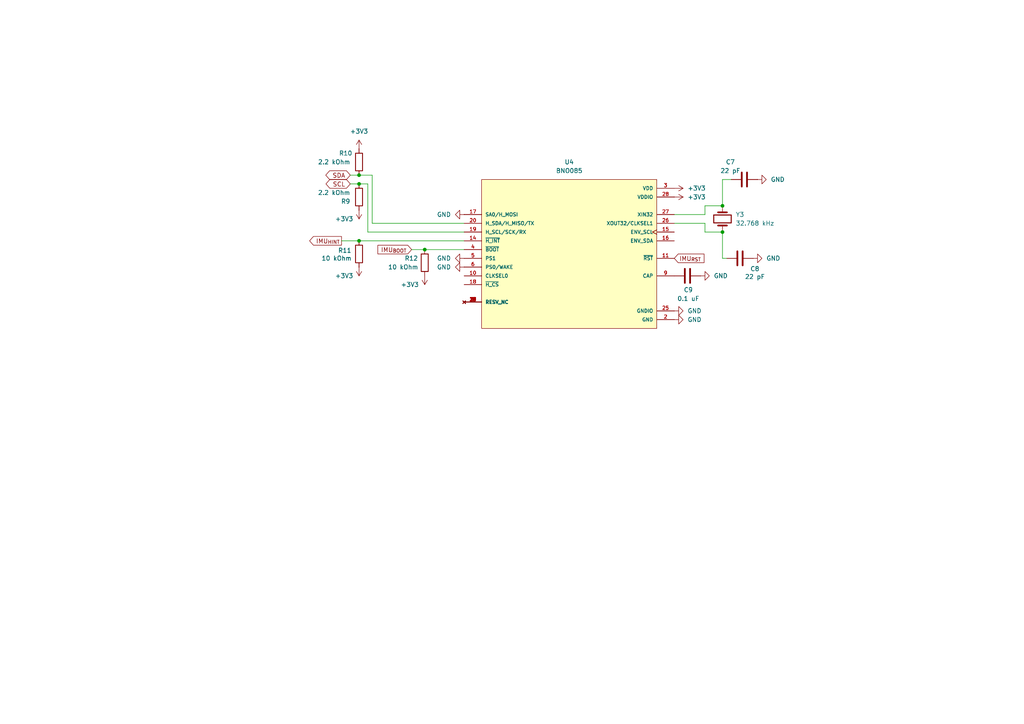
<source format=kicad_sch>
(kicad_sch (version 20231120) (generator "eeschema") (generator_version "8.0")
  (paper "A4")
  (lib_symbols
    (symbol "BNO085:BNO085" (pin_names (offset 1.016))
      (property "Reference" "U" (at -25.4 21.59 0))
      (property "Value" "BNO085" (at -25.4 -25.4 0))
      (symbol "BNO085_0_0"
        (rectangle (start -25.4 -22.86) (end 25.4 20.32) (stroke (width 0.1524)) (fill (type background)))
        (pin no_connect line (at -30.48 -15.24 0) (length 5.08) (name "RESV_NC") (number "1"))
        (pin input line (at -30.48 -7.62 0) (length 5.08) (name "CLKSEL0") (number "10"))
        (pin input line (at 30.48 -2.54 180) (length 5.08) (name "~{RST}") (number "11"))
        (pin no_connect line (at -30.48 -15.24 0) (length 5.08) (name "RESV_NC") (number "12"))
        (pin no_connect line (at -30.48 -15.24 0) (length 5.08) (name "RESV_NC") (number "13"))
        (pin output line (at -30.48 2.54 0) (length 5.08) (name "~{H_INT}") (number "14"))
        (pin bidirectional clock (at 30.48 5.08 180) (length 5.08) (name "ENV_SCL") (number "15"))
        (pin bidirectional line (at 30.48 2.54 180) (length 5.08) (name "ENV_SDA") (number "16"))
        (pin input line (at -30.48 10.16 0) (length 5.08) (name "SA0/H_MOSI") (number "17"))
        (pin input line (at -30.48 -10.16 0) (length 5.08) (name "~{H_CS}") (number "18"))
        (pin bidirectional line (at -30.48 5.08 0) (length 5.08) (name "H_SCL/SCK/RX") (number "19"))
        (pin power_in line (at 30.48 -20.32 180) (length 5.08) (name "GND") (number "2"))
        (pin bidirectional line (at -30.48 7.62 0) (length 5.08) (name "H_SDA/H_MISO/TX") (number "20"))
        (pin no_connect line (at -30.48 -15.24 0) (length 5.08) (name "RESV_NC") (number "21"))
        (pin no_connect line (at -30.48 -15.24 0) (length 5.08) (name "RESV_NC") (number "22"))
        (pin no_connect line (at -30.48 -15.24 0) (length 5.08) (name "RESV_NC") (number "23"))
        (pin no_connect line (at -30.48 -15.24 0) (length 5.08) (name "RESV_NC") (number "24"))
        (pin power_in line (at 30.48 -17.78 180) (length 5.08) (name "GNDIO") (number "25"))
        (pin output line (at 30.48 7.62 180) (length 5.08) (name "XOUT32/CLKSEL1") (number "26"))
        (pin input line (at 30.48 10.16 180) (length 5.08) (name "XIN32") (number "27"))
        (pin power_in line (at 30.48 15.24 180) (length 5.08) (name "VDDIO") (number "28"))
        (pin power_in line (at 30.48 17.78 180) (length 5.08) (name "VDD") (number "3"))
        (pin input line (at -30.48 0 0) (length 5.08) (name "~{BOOT}") (number "4"))
        (pin input line (at -30.48 -2.54 0) (length 5.08) (name "PS1") (number "5"))
        (pin input line (at -30.48 -5.08 0) (length 5.08) (name "PS0/WAKE") (number "6"))
        (pin no_connect line (at -30.48 -15.24 0) (length 5.08) (name "RESV_NC") (number "7"))
        (pin no_connect line (at -30.48 -15.24 0) (length 5.08) (name "RESV_NC") (number "8"))
        (pin passive line (at 30.48 -7.62 180) (length 5.08) (name "CAP") (number "9"))
      )
    )
    (symbol "Device:C" (pin_numbers hide) (pin_names (offset 0.254))
      (property "Reference" "C" (at 0.635 2.54 0))
      (property "Value" "C" (at 0.635 -2.54 0))
      (symbol "C_0_1"
        (polyline (pts (xy -2.032 -0.762) (xy 2.032 -0.762)) (stroke (width 0.508)))
        (polyline (pts (xy -2.032 0.762) (xy 2.032 0.762)) (stroke (width 0.508)))
      )
      (symbol "C_1_1"
        (pin passive line (at 0 3.81 270) (length 2.794) (name "~") (number "1"))
        (pin passive line (at 0 -3.81 90) (length 2.794) (name "~") (number "2"))
      )
    )
    (symbol "Device:Crystal" (pin_numbers hide) (pin_names (offset 1.016) hide)
      (property "Reference" "Y" (at 0 3.81 0))
      (property "Value" "Crystal" (at 0 -3.81 0))
      (symbol "Crystal_0_1"
        (rectangle (start -1.143 2.54) (end 1.143 -2.54) (stroke (width 0.3048)))
        (polyline (pts (xy -2.54 0) (xy -1.905 0)))
        (polyline (pts (xy -1.905 -1.27) (xy -1.905 1.27)) (stroke (width 0.508)))
        (polyline (pts (xy 1.905 -1.27) (xy 1.905 1.27)) (stroke (width 0.508)))
        (polyline (pts (xy 2.54 0) (xy 1.905 0)))
      )
      (symbol "Crystal_1_1"
        (pin passive line (at -3.81 0 0) (length 1.27) (name "1") (number "1"))
        (pin passive line (at 3.81 0 180) (length 1.27) (name "2") (number "2"))
      )
    )
    (symbol "Device:R" (pin_numbers hide) (pin_names (offset 0))
      (property "Reference" "R" (at 2.032 0 90))
      (property "Value" "R" (at 0 0 90))
      (symbol "R_0_1"
        (rectangle (start -1.016 -2.54) (end 1.016 2.54) (stroke (width 0.254)))
      )
      (symbol "R_1_1"
        (pin passive line (at 0 3.81 270) (length 1.27) (name "~") (number "1"))
        (pin passive line (at 0 -3.81 90) (length 1.27) (name "~") (number "2"))
      )
    )
    (symbol "power:+3V3" (power) (pin_numbers hide) (pin_names (offset 0) hide)
      (property "Value" "+3V3" (at 0 3.556 0))
      (symbol "+3V3_0_1"
        (polyline (pts (xy -0.762 1.27) (xy 0 2.54)))
        (polyline (pts (xy 0 0) (xy 0 2.54)))
        (polyline (pts (xy 0 2.54) (xy 0.762 1.27)))
      )
      (symbol "+3V3_1_1"
        (pin power_in line (at 0 0 90) (length 0) (name "~") (number "1"))
      )
    )
    (symbol "power:GND" (power) (pin_numbers hide) (pin_names (offset 0) hide)
      (property "Value" "GND" (at 0 -3.81 0))
      (symbol "GND_0_1"
        (polyline (pts (xy 0 0) (xy 0 -1.27) (xy 1.27 -1.27) (xy 0 -2.54) (xy -1.27 -1.27) (xy 0 -1.27)))
      )
      (symbol "GND_1_1"
        (pin power_in line (at 0 0 270) (length 0) (name "~") (number "1"))
      )
    )
  )
  (junction (at 209.55 59.69))
  (junction (at 104.14 53.34))
  (junction (at 123.19 72.39))
  (junction (at 104.14 69.85))
  (junction (at 209.55 67.31))
  (junction (at 104.14 50.8))
  (wire (pts (xy 104.14 50.8) (xy 107.95 50.8)))
  (wire (pts (xy 209.55 74.93) (xy 210.82 74.93)))
  (wire (pts (xy 101.6 50.8) (xy 104.14 50.8)))
  (wire (pts (xy 107.95 64.77) (xy 134.62 64.77)))
  (wire (pts (xy 119.38 72.39) (xy 123.19 72.39)))
  (wire (pts (xy 106.68 67.31) (xy 134.62 67.31)))
  (wire (pts (xy 209.55 52.07) (xy 209.55 59.69)))
  (wire (pts (xy 209.55 67.31) (xy 209.55 74.93)))
  (wire (pts (xy 99.06 69.85) (xy 104.14 69.85)))
  (wire (pts (xy 104.14 53.34) (xy 106.68 53.34)))
  (wire (pts (xy 195.58 64.77) (xy 204.47 64.77)))
  (wire (pts (xy 101.6 53.34) (xy 104.14 53.34)))
  (wire (pts (xy 204.47 64.77) (xy 204.47 67.31)))
  (wire (pts (xy 195.58 62.23) (xy 204.47 62.23)))
  (wire (pts (xy 107.95 50.8) (xy 107.95 64.77)))
  (wire (pts (xy 204.47 59.69) (xy 209.55 59.69)))
  (wire (pts (xy 123.19 72.39) (xy 134.62 72.39)))
  (wire (pts (xy 106.68 53.34) (xy 106.68 67.31)))
  (wire (pts (xy 204.47 59.69) (xy 204.47 62.23)))
  (wire (pts (xy 204.47 67.31) (xy 209.55 67.31)))
  (wire (pts (xy 209.55 52.07) (xy 212.09 52.07)))
  (wire (pts (xy 104.14 69.85) (xy 134.62 69.85)))
  (global_label "IMU_{HINT}" (shape output) (at 99.06 69.85 180) (property "Intersheetrefs" "${INTERSHEET_REFS}" (effects (hide yes))))
  (global_label "IMU_{RST}" (shape input) (at 195.58 74.93 0) (property "Intersheetrefs" "${INTERSHEET_REFS}" (effects (hide yes))))
  (global_label "SDA" (shape bidirectional) (at 101.6 50.8 180) (property "Intersheetrefs" "${INTERSHEET_REFS}" (effects (hide yes))))
  (global_label "IMU_{BOOT}" (shape input) (at 119.38 72.39 180) (property "Intersheetrefs" "${INTERSHEET_REFS}" (effects (hide yes))))
  (global_label "SCL" (shape bidirectional) (at 101.6 53.34 180) (property "Intersheetrefs" "${INTERSHEET_REFS}" (effects (hide yes))))
  (symbol (lib_id "Device:R") (at 104.14 46.99 0) (unit 1)
    (property "Reference" "R10" (at 98.298 44.45 0) (effects (justify left)))
    (property "Value" "2.2 kOhm" (at 92.202 46.99 0) (effects (justify left)))
    (property "Description" "Resistor" (effects (hide yes)))
  )
  (symbol (lib_id "power:+3V3") (at 104.14 60.96 180) (unit 1)
    (property "Reference" "#PWR032" (effects (hide yes)))
    (property "Value" "+3V3" (at 99.822 63.5 0))
    (property "Description" "Power symbol creates a global label with name \"+3V3\"" (effects (hide yes)))
  )
  (symbol (lib_id "Device:R") (at 123.19 76.2 180) (unit 1)
    (property "Reference" "R12" (at 117.348 74.93 0) (effects (justify right)))
    (property "Value" "10 kOhm" (at 112.522 77.47 0) (effects (justify right)))
    (property "Description" "Resistor" (effects (hide yes)))
  )
  (symbol (lib_id "power:+3V3") (at 195.58 57.15 270) (unit 1)
    (property "Reference" "#PWR041" (effects (hide yes)))
    (property "Value" "+3V3" (at 199.39 57.1499 90) (effects (justify left)))
    (property "Description" "Power symbol creates a global label with name \"+3V3\"" (effects (hide yes)))
  )
  (symbol (lib_id "power:+3V3") (at 195.58 54.61 270) (unit 1)
    (property "Reference" "#PWR040" (effects (hide yes)))
    (property "Value" "+3V3" (at 199.39 54.6099 90) (effects (justify left)))
    (property "Description" "Power symbol creates a global label with name \"+3V3\"" (effects (hide yes)))
  )
  (symbol (lib_id "power:GND") (at 218.44 74.93 90) (unit 1)
    (property "Reference" "#PWR035" (effects (hide yes)))
    (property "Value" "GND" (at 222.25 74.9299 90) (effects (justify right)))
    (property "Description" "Power symbol creates a global label with name \"GND\" , ground" (effects (hide yes)))
  )
  (symbol (lib_id "power:GND") (at 134.62 74.93 270) (unit 1)
    (property "Reference" "#PWR038" (effects (hide yes)))
    (property "Value" "GND" (at 130.81 74.9299 90) (effects (justify right)))
    (property "Description" "Power symbol creates a global label with name \"GND\" , ground" (effects (hide yes)))
  )
  (symbol (lib_id "power:+3V3") (at 104.14 77.47 180) (unit 1)
    (property "Reference" "#PWR031" (effects (hide yes)))
    (property "Value" "+3V3" (at 99.822 80.01 0))
    (property "Description" "Power symbol creates a global label with name \"+3V3\"" (effects (hide yes)))
  )
  (symbol (lib_id "Device:C") (at 214.63 74.93 90) (unit 1)
    (property "Reference" "C8" (at 218.948 77.978 90))
    (property "Value" "22 pF" (at 218.948 80.264 90))
    (property "Description" "Unpolarized capacitor" (effects (hide yes)))
  )
  (symbol (lib_id "BNO085:BNO085") (at 165.1 72.39 0) (unit 1)
    (property "Reference" "U4" (at 165.1 46.99 0))
    (property "Value" "BNO085" (at 165.1 49.53 0))
    (property "Footprint" "BNO085:IC_BNO085" (effects (hide yes)))
    (property "MF" "Hillcrest Laboratories," (effects (hide yes)))
    (property "MAXIMUM_PACKAGE_HEIGHT" "1.18mm" (effects (hide yes)))
    (property "Package" "TFLGA-28 Hillcrest Laboratories" (effects (hide yes)))
    (property "Price" "None" (effects (hide yes)))
    (property "Check_prices" "https://www.snapeda.com/parts/BNO085/Hillcrest+Laboratories%252C+Inc./view-part/?ref=eda" (effects (hide yes)))
    (property "STANDARD" "Manufacturer Recommendations" (effects (hide yes)))
    (property "PARTREV" "v1.17" (effects (hide yes)))
    (property "SnapEDA_Link" "https://www.snapeda.com/parts/BNO085/Hillcrest+Laboratories%252C+Inc./view-part/?ref=snap" (effects (hide yes)))
    (property "MP" "BNO085" (effects (hide yes)))
    (property "Description_1" "\n                        \n                            Accelerometer, Gyroscope, Magnetometer, 9 Axis Sensor I²C, SPI, UART Output\n                        \n" (effects (hide yes)))
    (property "Availability" "Not in stock" (effects (hide yes)))
    (property "MANUFACTURER" "Hillcrest Laboratories, Inc." (effects (hide yes)))
  )
  (symbol (lib_id "Device:R") (at 104.14 57.15 180) (unit 1)
    (property "Reference" "R9" (at 101.6 58.4201 0) (effects (justify left)))
    (property "Value" "2.2 kOhm" (at 101.6 55.8801 0) (effects (justify left)))
    (property "Description" "Resistor" (effects (hide yes)))
  )
  (symbol (lib_id "Device:C") (at 215.9 52.07 90) (unit 1)
    (property "Reference" "C7" (at 211.836 46.99 90))
    (property "Value" "22 pF" (at 211.836 49.53 90))
    (property "Description" "Unpolarized capacitor" (effects (hide yes)))
  )
  (symbol (lib_id "power:GND") (at 219.71 52.07 90) (unit 1)
    (property "Reference" "#PWR036" (effects (hide yes)))
    (property "Value" "GND" (at 223.52 52.0699 90) (effects (justify right)))
    (property "Description" "Power symbol creates a global label with name \"GND\" , ground" (effects (hide yes)))
  )
  (symbol (lib_id "power:GND") (at 134.62 62.23 270) (unit 1)
    (property "Reference" "#PWR037" (effects (hide yes)))
    (property "Value" "GND" (at 130.81 62.2299 90) (effects (justify right)))
    (property "Description" "Power symbol creates a global label with name \"GND\" , ground" (effects (hide yes)))
  )
  (symbol (lib_id "power:+3V3") (at 123.19 80.01 180) (unit 1)
    (property "Reference" "#PWR034" (effects (hide yes)))
    (property "Value" "+3V3" (at 118.872 82.55 0))
    (property "Description" "Power symbol creates a global label with name \"+3V3\"" (effects (hide yes)))
  )
  (symbol (lib_id "Device:R") (at 104.14 73.66 180) (unit 1)
    (property "Reference" "R11" (at 98.044 72.644 0) (effects (justify right)))
    (property "Value" "10 kOhm" (at 93.218 74.93 0) (effects (justify right)))
    (property "Description" "Resistor" (effects (hide yes)))
  )
  (symbol (lib_id "power:+3V3") (at 104.14 43.18 0) (unit 1)
    (property "Reference" "#PWR033" (effects (hide yes)))
    (property "Value" "+3V3" (at 104.14 38.1 0))
    (property "Description" "Power symbol creates a global label with name \"+3V3\"" (effects (hide yes)))
  )
  (symbol (lib_id "power:GND") (at 195.58 92.71 90) (unit 1)
    (property "Reference" "#PWR042" (effects (hide yes)))
    (property "Value" "GND" (at 199.39 92.7099 90) (effects (justify right)))
    (property "Description" "Power symbol creates a global label with name \"GND\" , ground" (effects (hide yes)))
  )
  (symbol (lib_id "power:GND") (at 195.58 90.17 90) (unit 1)
    (property "Reference" "#PWR043" (effects (hide yes)))
    (property "Value" "GND" (at 199.39 90.1699 90) (effects (justify right)))
    (property "Description" "Power symbol creates a global label with name \"GND\" , ground" (effects (hide yes)))
  )
  (symbol (lib_id "power:GND") (at 134.62 77.47 270) (unit 1)
    (property "Reference" "#PWR039" (effects (hide yes)))
    (property "Value" "GND" (at 130.81 77.4699 90) (effects (justify right)))
    (property "Description" "Power symbol creates a global label with name \"GND\" , ground" (effects (hide yes)))
  )
  (symbol (lib_id "Device:Crystal") (at 209.55 63.5 90) (unit 1)
    (property "Reference" "Y3" (at 213.36 62.2299 90) (effects (justify right)))
    (property "Value" "32.768 kHz" (at 213.36 64.7699 90) (effects (justify right)))
    (property "Description" "Two pin crystal" (effects (hide yes)))
  )
  (symbol (lib_id "Device:C") (at 199.39 80.01 90) (unit 1)
    (property "Reference" "C9" (at 199.644 84.074 90))
    (property "Value" "0.1 uF" (at 199.644 86.614 90))
    (property "Description" "Unpolarized capacitor" (effects (hide yes)))
  )
  (symbol (lib_id "power:GND") (at 203.2 80.01 90) (unit 1)
    (property "Reference" "#PWR030" (effects (hide yes)))
    (property "Value" "GND" (at 207.01 80.0099 90) (effects (justify right)))
    (property "Description" "Power symbol creates a global label with name \"GND\" , ground" (effects (hide yes)))
  )
)
</source>
